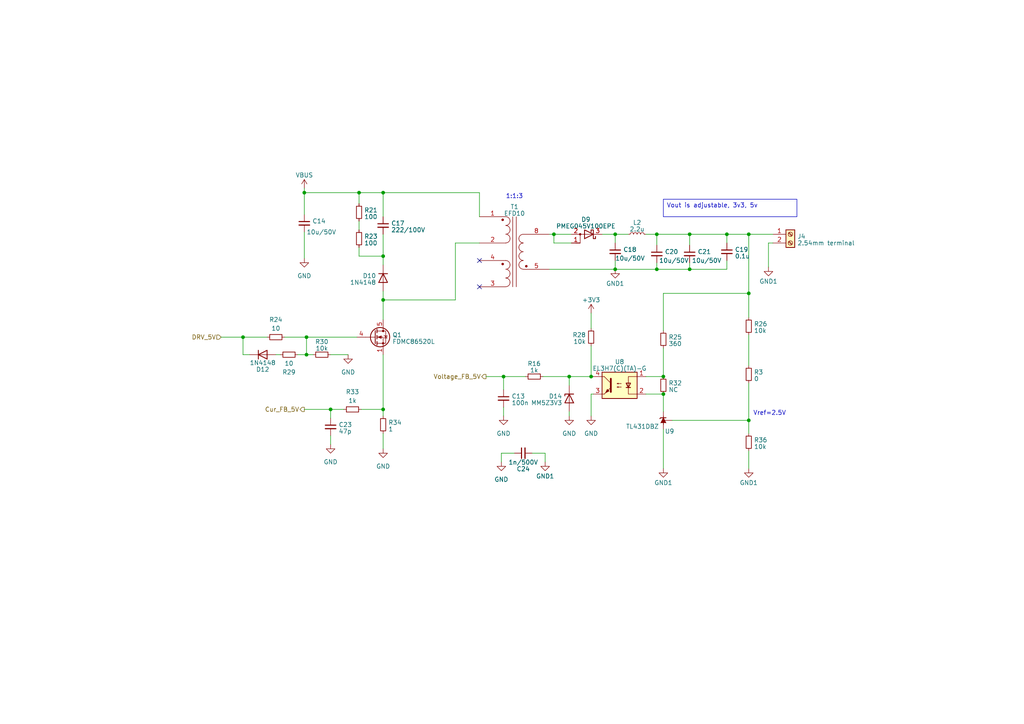
<source format=kicad_sch>
(kicad_sch (version 20230121) (generator eeschema)
  (paper "A4")
  (lib_symbols
    (symbol "Connector:Screw_Terminal_01x02" (pin_names (offset 1.016) hide)
      (property "Reference" "J" (at 0 2.54 0))
      (property "Value" "Screw_Terminal_01x02" (at 0 -5.08 0))
      (symbol "Screw_Terminal_01x02_1_1"
        (rectangle (start -1.27 1.27) (end 1.27 -3.81) (stroke (width 0.254)) (fill (type background)))
        (circle (center 0 -2.54) (radius 0.635) (stroke (width 0.1524)))
        (polyline (pts (xy -0.5334 -2.2098) (xy 0.3302 -3.048)) (stroke (width 0.1524)))
        (polyline (pts (xy -0.5334 0.3302) (xy 0.3302 -0.508)) (stroke (width 0.1524)))
        (polyline (pts (xy -0.3556 -2.032) (xy 0.508 -2.8702)) (stroke (width 0.1524)))
        (polyline (pts (xy -0.3556 0.508) (xy 0.508 -0.3302)) (stroke (width 0.1524)))
        (circle (center 0 0) (radius 0.635) (stroke (width 0.1524)))
        (pin passive line (at -5.08 0 0) (length 3.81) (name "Pin_1") (number "1"))
        (pin passive line (at -5.08 -2.54 0) (length 3.81) (name "Pin_2") (number "2"))
      )
    )
    (symbol "Device:C_Small" (pin_numbers hide) (pin_names (offset 0.254) hide)
      (property "Reference" "C" (at 0.254 1.778 0))
      (property "Value" "C_Small" (at 0.254 -2.032 0))
      (symbol "C_Small_0_1"
        (polyline (pts (xy -1.524 -0.508) (xy 1.524 -0.508)) (stroke (width 0.3302)))
        (polyline (pts (xy -1.524 0.508) (xy 1.524 0.508)) (stroke (width 0.3048)))
      )
      (symbol "C_Small_1_1"
        (pin passive line (at 0 2.54 270) (length 2.032) (name "~") (number "1"))
        (pin passive line (at 0 -2.54 90) (length 2.032) (name "~") (number "2"))
      )
    )
    (symbol "Device:D_Schottky_AAK" (pin_names (offset 0) hide)
      (property "Reference" "D" (at 0 2.54 0))
      (property "Value" "D_Schottky_AAK" (at 0 -2.54 0))
      (symbol "D_Schottky_AAK_0_1"
        (polyline (pts (xy 1.27 1.27) (xy 1.27 -1.27) (xy -1.27 0) (xy 1.27 1.27)) (stroke (width 0.254)))
        (polyline (pts (xy 3.81 2.54) (xy 2.54 2.54) (xy 2.54 0) (xy -1.27 0)))
        (polyline (pts (xy -1.905 0.635) (xy -1.905 1.27) (xy -1.27 1.27) (xy -1.27 -1.27) (xy -0.635 -1.27) (xy -0.635 -0.635)) (stroke (width 0.254)))
        (circle (center 2.54 0) (radius 0.254) (fill (type outline)))
      )
      (symbol "D_Schottky_AAK_1_1"
        (pin passive line (at 5.08 2.54 180) (length 2.54) (name "A") (number "1"))
        (pin passive line (at 5.08 0 180) (length 2.54) (name "A") (number "2"))
        (pin passive line (at -3.81 0 0) (length 2.54) (name "K") (number "3"))
      )
    )
    (symbol "Device:L_Small" (pin_numbers hide) (pin_names (offset 0.254) hide)
      (property "Reference" "L" (at 0.762 1.016 0))
      (property "Value" "L_Small" (at 0.762 -1.016 0))
      (symbol "L_Small_0_1"
        (arc (start 0 -2.032) (mid 0.5058 -1.524) (end 0 -1.016))
        (arc (start 0 -1.016) (mid 0.5058 -0.508) (end 0 0))
        (arc (start 0 0) (mid 0.5058 0.508) (end 0 1.016))
        (arc (start 0 1.016) (mid 0.5058 1.524) (end 0 2.032))
      )
      (symbol "L_Small_1_1"
        (pin passive line (at 0 2.54 270) (length 0.508) (name "~") (number "1"))
        (pin passive line (at 0 -2.54 90) (length 0.508) (name "~") (number "2"))
      )
    )
    (symbol "Device:R_Small" (pin_numbers hide) (pin_names (offset 0.254) hide)
      (property "Reference" "R" (at 0.762 0.508 0))
      (property "Value" "R_Small" (at 0.762 -1.016 0))
      (symbol "R_Small_0_1"
        (rectangle (start -0.762 1.778) (end 0.762 -1.778) (stroke (width 0.2032)))
      )
      (symbol "R_Small_1_1"
        (pin passive line (at 0 2.54 270) (length 0.762) (name "~") (number "1"))
        (pin passive line (at 0 -2.54 90) (length 0.762) (name "~") (number "2"))
      )
    )
    (symbol "Device:Transformer_1P_2S" (pin_names (offset 1.016) hide)
      (property "Reference" "T1" (at 0 13.0431 0))
      (property "Value" "EFD10" (at 0 11.1221 0))
      (symbol "Transformer_1P_2S_0_1"
        (arc (start -2.54 -5.0546) (mid -1.6599 -4.6901) (end -1.27 -3.81))
        (arc (start -2.54 -2.5146) (mid -1.6599 -2.1501) (end -1.27 -1.27))
        (arc (start -2.54 0.0254) (mid -1.6599 0.3899) (end -1.27 1.27))
        (arc (start -2.54 2.5654) (mid -1.6599 2.9299) (end -1.27 3.81))
        (arc (start -1.27 -3.81) (mid -1.642 -2.912) (end -2.54 -2.54))
        (arc (start -1.27 -1.27) (mid -1.642 -0.372) (end -2.54 0))
        (arc (start -1.27 1.27) (mid -1.642 2.168) (end -2.54 2.54))
        (arc (start -1.27 3.81) (mid -1.642 4.708) (end -2.54 5.08))
        (polyline (pts (xy -0.508 -10.16) (xy -0.508 10.16)))
        (polyline (pts (xy 0.508 10.16) (xy 0.508 -10.16)))
        (arc (start 1.2954 -8.89) (mid 1.6599 -9.7701) (end 2.54 -10.1346))
        (arc (start 1.2954 -6.35) (mid 1.6599 -7.2301) (end 2.54 -7.5946))
        (arc (start 1.2954 -3.81) (mid 1.6599 -4.6901) (end 2.54 -5.0546))
        (arc (start 1.2954 3.81) (mid 1.6599 2.9299) (end 2.54 2.5654))
        (arc (start 1.2954 6.35) (mid 1.6599 5.4699) (end 2.54 5.1054))
        (arc (start 1.2954 8.89) (mid 1.6599 8.0099) (end 2.54 7.6454))
        (arc (start 2.54 -7.62) (mid 1.642 -7.992) (end 1.2954 -8.89))
        (arc (start 2.54 -5.08) (mid 1.642 -5.452) (end 1.2954 -6.35))
        (arc (start 2.54 -2.54) (mid 1.642 -2.912) (end 1.2954 -3.81))
        (arc (start 2.54 5.08) (mid 1.642 4.708) (end 1.2954 3.81))
        (arc (start 2.54 7.62) (mid 1.642 7.248) (end 1.2954 6.35))
        (arc (start 2.54 10.16) (mid 1.642 9.788) (end 1.2954 8.89))
      )
      (symbol "Transformer_1P_2S_1_1"
        (circle (center -3.429 -4.191) (radius 0.284) (fill (type outline)))
        (circle (center 3.429 -3.556) (radius 0.284) (fill (type outline)))
        (circle (center 3.429 9.271) (radius 0.284) (fill (type outline)))
        (pin passive line (at 10.16 10.16 180) (length 7.62) (name "SA") (number "1"))
        (pin passive line (at 10.16 2.54 180) (length 7.62) (name "SB") (number "2"))
        (pin passive line (at 10.16 -10.16 180) (length 7.62) (name "SD") (number "3"))
        (pin passive line (at 10.16 -2.54 180) (length 7.62) (name "SC") (number "4"))
        (pin passive line (at -10.16 -5.08 0) (length 7.62) (name "AB") (number "5"))
        (pin passive line (at -10.16 5.08 0) (length 7.62) (name "AA") (number "8"))
      )
    )
    (symbol "Diode:1N4148" (pin_numbers hide) (pin_names hide)
      (property "Reference" "D" (at 0 2.54 0))
      (property "Value" "1N4148" (at 0 -2.54 0))
      (symbol "1N4148_0_1"
        (polyline (pts (xy -1.27 1.27) (xy -1.27 -1.27)) (stroke (width 0.254)))
        (polyline (pts (xy 1.27 0) (xy -1.27 0)))
        (polyline (pts (xy 1.27 1.27) (xy 1.27 -1.27) (xy -1.27 0) (xy 1.27 1.27)) (stroke (width 0.254)))
      )
      (symbol "1N4148_1_1"
        (pin passive line (at -3.81 0 0) (length 2.54) (name "K") (number "1"))
        (pin passive line (at 3.81 0 180) (length 2.54) (name "A") (number "2"))
      )
    )
    (symbol "Diode:BZV55B3V3" (pin_numbers hide) (pin_names hide)
      (property "Reference" "D" (at 0 2.54 0))
      (property "Value" "BZV55B3V3" (at 0 -2.54 0))
      (symbol "BZV55B3V3_0_1"
        (polyline (pts (xy 1.27 0) (xy -1.27 0)))
        (polyline (pts (xy -1.27 -1.27) (xy -1.27 1.27) (xy -0.762 1.27)) (stroke (width 0.254)))
        (polyline (pts (xy 1.27 -1.27) (xy 1.27 1.27) (xy -1.27 0) (xy 1.27 -1.27)) (stroke (width 0.254)))
      )
      (symbol "BZV55B3V3_1_1"
        (pin passive line (at -3.81 0 0) (length 2.54) (name "K") (number "1"))
        (pin passive line (at 3.81 0 180) (length 2.54) (name "A") (number "2"))
      )
    )
    (symbol "Isolator:LTV-817" (pin_names (offset 1.016))
      (property "Reference" "U" (at -5.08 5.08 0))
      (property "Value" "LTV-817" (at 0 5.08 0))
      (symbol "LTV-817_0_1"
        (rectangle (start -5.08 3.81) (end 5.08 -3.81) (stroke (width 0.254)) (fill (type background)))
        (polyline (pts (xy -3.175 -0.635) (xy -1.905 -0.635)) (stroke (width 0.254)))
        (polyline (pts (xy 2.54 0.635) (xy 4.445 2.54)))
        (polyline (pts (xy 4.445 -2.54) (xy 2.54 -0.635)) (fill (type outline)))
        (polyline (pts (xy 4.445 -2.54) (xy 5.08 -2.54)))
        (polyline (pts (xy 4.445 2.54) (xy 5.08 2.54)))
        (polyline (pts (xy -5.08 2.54) (xy -2.54 2.54) (xy -2.54 -0.762)))
        (polyline (pts (xy -2.54 -0.635) (xy -2.54 -2.54) (xy -5.08 -2.54)))
        (polyline (pts (xy 2.54 1.905) (xy 2.54 -1.905) (xy 2.54 -1.905)) (stroke (width 0.508)))
        (polyline (pts (xy -2.54 -0.635) (xy -3.175 0.635) (xy -1.905 0.635) (xy -2.54 -0.635)) (stroke (width 0.254)))
        (polyline (pts (xy -0.508 -0.508) (xy 0.762 -0.508) (xy 0.381 -0.635) (xy 0.381 -0.381) (xy 0.762 -0.508)))
        (polyline (pts (xy -0.508 0.508) (xy 0.762 0.508) (xy 0.381 0.381) (xy 0.381 0.635) (xy 0.762 0.508)))
        (polyline (pts (xy 3.048 -1.651) (xy 3.556 -1.143) (xy 4.064 -2.159) (xy 3.048 -1.651) (xy 3.048 -1.651)) (fill (type outline)))
      )
      (symbol "LTV-817_1_1"
        (pin passive line (at -7.62 2.54 0) (length 2.54) (name "~") (number "1"))
        (pin passive line (at -7.62 -2.54 0) (length 2.54) (name "~") (number "2"))
        (pin passive line (at 7.62 -2.54 180) (length 2.54) (name "~") (number "3"))
        (pin passive line (at 7.62 2.54 180) (length 2.54) (name "~") (number "4"))
      )
    )
    (symbol "Reference_Voltage:TL431DBZ" (pin_numbers hide) (pin_names hide)
      (property "Reference" "U9" (at -1.778 0.6437 90))
      (property "Value" "TL431DBZ" (at -1.778 -1.2773 90))
      (symbol "TL431DBZ_0_1"
        (polyline (pts (xy -1.27 0) (xy 0 0) (xy 1.27 0)))
        (polyline (pts (xy -0.762 0.762) (xy 0.762 0) (xy -0.762 -0.762)) (fill (type outline)))
        (polyline (pts (xy 0.508 -1.016) (xy 0.762 -0.762) (xy 0.762 0.762) (xy 0.762 0.762)) (stroke (width 0.254)))
      )
      (symbol "TL431DBZ_1_1"
        (pin passive line (at 0 2.54 270) (length 2.54) (name "REF") (number "1"))
        (pin passive line (at 2.54 0 180) (length 2.54) (name "K") (number "2"))
        (pin passive line (at -2.54 0 0) (length 2.54) (name "A") (number "3"))
      )
    )
    (symbol "Transistor_FET:2N7002" (pin_names hide)
      (property "Reference" "Q1" (at 5.207 0.6437 0))
      (property "Value" "FDMC86520L" (at 5.207 -1.2773 0))
      (symbol "2N7002_0_1"
        (polyline (pts (xy 0.254 0) (xy -2.54 0)))
        (polyline (pts (xy 0.254 1.905) (xy 0.254 -1.905)) (stroke (width 0.254)))
        (polyline (pts (xy 0.762 -1.27) (xy 0.762 -2.286)) (stroke (width 0.254)))
        (polyline (pts (xy 0.762 0.508) (xy 0.762 -0.508)) (stroke (width 0.254)))
        (polyline (pts (xy 0.762 2.286) (xy 0.762 1.27)) (stroke (width 0.254)))
        (polyline (pts (xy 2.54 2.54) (xy 2.54 1.778)))
        (polyline (pts (xy 2.54 -2.54) (xy 2.54 0) (xy 0.762 0)))
        (polyline (pts (xy 0.762 -1.778) (xy 3.302 -1.778) (xy 3.302 1.778) (xy 0.762 1.778)))
        (polyline (pts (xy 1.016 0) (xy 2.032 0.381) (xy 2.032 -0.381) (xy 1.016 0)) (fill (type outline)))
        (polyline (pts (xy 2.794 0.508) (xy 2.921 0.381) (xy 3.683 0.381) (xy 3.81 0.254)))
        (polyline (pts (xy 3.302 0.381) (xy 2.921 -0.254) (xy 3.683 -0.254) (xy 3.302 0.381)))
        (circle (center 1.651 0) (radius 2.794) (stroke (width 0.254)))
        (circle (center 2.54 -1.778) (radius 0.254) (fill (type outline)))
        (circle (center 2.54 1.778) (radius 0.254) (fill (type outline)))
      )
      (symbol "2N7002_1_1"
        (pin input line (at 2.54 -5.08 90) (length 2.54) (name "S") (number "1"))
        (pin input line (at -5.08 0 0) (length 2.54) (name "G") (number "4"))
        (pin input line (at 2.54 5.08 270) (length 2.54) (name "D") (number "5"))
      )
    )
    (symbol "power:+3V3" (power) (pin_names (offset 0))
      (property "Value" "+3V3" (at 0 3.556 0))
      (symbol "+3V3_0_1"
        (polyline (pts (xy -0.762 1.27) (xy 0 2.54)))
        (polyline (pts (xy 0 0) (xy 0 2.54)))
        (polyline (pts (xy 0 2.54) (xy 0.762 1.27)))
      )
      (symbol "+3V3_1_1"
        (pin power_in line (at 0 0 90) (length 0) hide (name "+3V3") (number "1"))
      )
    )
    (symbol "power:GND" (power) (pin_names (offset 0))
      (property "Value" "GND" (at 0 -3.81 0))
      (symbol "GND_0_1"
        (polyline (pts (xy 0 0) (xy 0 -1.27) (xy 1.27 -1.27) (xy 0 -2.54) (xy -1.27 -1.27) (xy 0 -1.27)))
      )
      (symbol "GND_1_1"
        (pin power_in line (at 0 0 270) (length 0) hide (name "GND") (number "1"))
      )
    )
    (symbol "power:GND1" (power) (pin_names (offset 0))
      (property "Value" "GND1" (at 0 -3.81 0))
      (symbol "GND1_0_1"
        (polyline (pts (xy 0 0) (xy 0 -1.27) (xy 1.27 -1.27) (xy 0 -2.54) (xy -1.27 -1.27) (xy 0 -1.27)))
      )
      (symbol "GND1_1_1"
        (pin power_in line (at 0 0 270) (length 0) hide (name "GND1") (number "1"))
      )
    )
    (symbol "power:VBUS" (power) (pin_names (offset 0))
      (property "Value" "VBUS" (at 0 3.81 0))
      (symbol "VBUS_0_1"
        (polyline (pts (xy -0.762 1.27) (xy 0 2.54)))
        (polyline (pts (xy 0 0) (xy 0 2.54)))
        (polyline (pts (xy 0 2.54) (xy 0.762 1.27)))
      )
      (symbol "VBUS_1_1"
        (pin power_in line (at 0 0 90) (length 0) hide (name "VBUS") (number "1"))
      )
    )
  )
  (junction (at 146.05 109.22))
  (junction (at 217.17 67.945))
  (junction (at 111.125 86.995))
  (junction (at 165.1 109.22))
  (junction (at 190.5 67.945))
  (junction (at 171.45 109.22))
  (junction (at 70.485 97.79))
  (junction (at 200.025 78.105))
  (junction (at 111.125 118.745))
  (junction (at 178.435 67.945))
  (junction (at 190.5 78.105))
  (junction (at 88.265 55.88))
  (junction (at 88.9 97.79))
  (junction (at 200.025 67.945))
  (junction (at 192.405 109.22))
  (junction (at 95.885 118.745))
  (junction (at 192.405 114.3))
  (junction (at 160.655 67.945))
  (junction (at 88.9 102.87))
  (junction (at 217.17 121.92))
  (junction (at 111.125 74.295))
  (junction (at 178.435 78.105))
  (junction (at 217.17 85.09))
  (junction (at 210.82 67.945))
  (junction (at 104.14 55.88))
  (junction (at 111.125 55.88))
  (no_connect (at 139.065 75.565))
  (no_connect (at 139.065 83.185))
  (wire (pts (xy 88.265 55.88) (xy 104.14 55.88)))
  (wire (pts (xy 95.885 118.745) (xy 95.885 121.285)))
  (wire (pts (xy 111.125 102.87) (xy 111.125 118.745)))
  (wire (pts (xy 192.405 95.885) (xy 192.405 85.09)))
  (wire (pts (xy 88.265 54.61) (xy 88.265 55.88)))
  (wire (pts (xy 111.125 55.88) (xy 139.065 55.88)))
  (wire (pts (xy 165.1 119.38) (xy 165.1 120.65)))
  (wire (pts (xy 192.405 124.46) (xy 192.405 135.89)))
  (wire (pts (xy 200.025 76.2) (xy 200.025 78.105)))
  (wire (pts (xy 171.45 90.805) (xy 171.45 95.25)))
  (wire (pts (xy 70.485 97.79) (xy 77.47 97.79)))
  (wire (pts (xy 192.405 114.3) (xy 192.405 119.38)))
  (wire (pts (xy 95.885 102.87) (xy 100.965 102.87)))
  (wire (pts (xy 217.17 67.945) (xy 224.155 67.945)))
  (wire (pts (xy 165.1 109.22) (xy 171.45 109.22)))
  (wire (pts (xy 70.485 102.87) (xy 70.485 97.79)))
  (wire (pts (xy 140.97 109.22) (xy 146.05 109.22)))
  (wire (pts (xy 159.385 67.945) (xy 160.655 67.945)))
  (wire (pts (xy 146.05 109.22) (xy 146.05 113.03)))
  (wire (pts (xy 88.9 97.79) (xy 103.505 97.79)))
  (wire (pts (xy 88.265 67.31) (xy 88.265 74.93)))
  (wire (pts (xy 171.45 114.3) (xy 172.085 114.3)))
  (wire (pts (xy 217.17 67.945) (xy 217.17 85.09)))
  (wire (pts (xy 178.435 67.945) (xy 178.435 70.485)))
  (wire (pts (xy 139.065 70.485) (xy 132.08 70.485)))
  (wire (pts (xy 217.17 130.81) (xy 217.17 135.89)))
  (wire (pts (xy 192.405 100.965) (xy 192.405 109.22)))
  (wire (pts (xy 210.82 75.565) (xy 210.82 78.105)))
  (wire (pts (xy 82.55 97.79) (xy 88.9 97.79)))
  (wire (pts (xy 190.5 76.2) (xy 190.5 78.105)))
  (wire (pts (xy 190.5 67.945) (xy 190.5 71.12)))
  (wire (pts (xy 217.17 121.92) (xy 217.17 125.73)))
  (wire (pts (xy 210.82 67.945) (xy 217.17 67.945)))
  (wire (pts (xy 132.08 70.485) (xy 132.08 86.995)))
  (wire (pts (xy 165.735 70.485) (xy 160.655 70.485)))
  (wire (pts (xy 172.085 109.22) (xy 171.45 109.22)))
  (wire (pts (xy 80.01 102.87) (xy 81.28 102.87)))
  (wire (pts (xy 139.065 55.88) (xy 139.065 62.865)))
  (wire (pts (xy 111.125 86.995) (xy 111.125 92.71)))
  (wire (pts (xy 217.17 111.125) (xy 217.17 121.92)))
  (wire (pts (xy 178.435 67.945) (xy 182.245 67.945)))
  (wire (pts (xy 111.125 67.945) (xy 111.125 74.295)))
  (wire (pts (xy 190.5 67.945) (xy 200.025 67.945)))
  (wire (pts (xy 111.125 118.745) (xy 111.125 120.65)))
  (wire (pts (xy 88.9 102.87) (xy 90.805 102.87)))
  (wire (pts (xy 132.08 86.995) (xy 111.125 86.995)))
  (wire (pts (xy 217.17 85.09) (xy 217.17 92.075)))
  (wire (pts (xy 154.305 131.445) (xy 158.115 131.445)))
  (wire (pts (xy 192.405 85.09) (xy 217.17 85.09)))
  (wire (pts (xy 200.025 67.945) (xy 200.025 71.12)))
  (wire (pts (xy 149.225 131.445) (xy 145.415 131.445)))
  (wire (pts (xy 88.265 118.745) (xy 95.885 118.745)))
  (wire (pts (xy 99.695 118.745) (xy 95.885 118.745)))
  (wire (pts (xy 70.485 102.87) (xy 72.39 102.87)))
  (wire (pts (xy 178.435 75.565) (xy 178.435 78.105)))
  (wire (pts (xy 187.325 109.22) (xy 192.405 109.22)))
  (wire (pts (xy 111.125 125.73) (xy 111.125 130.175)))
  (wire (pts (xy 165.1 111.76) (xy 165.1 109.22)))
  (wire (pts (xy 64.135 97.79) (xy 70.485 97.79)))
  (wire (pts (xy 104.14 74.295) (xy 111.125 74.295)))
  (wire (pts (xy 111.125 55.88) (xy 111.125 62.865)))
  (wire (pts (xy 187.325 67.945) (xy 190.5 67.945)))
  (wire (pts (xy 158.115 131.445) (xy 158.115 133.985)))
  (wire (pts (xy 194.945 121.92) (xy 217.17 121.92)))
  (wire (pts (xy 104.14 64.135) (xy 104.14 66.675)))
  (wire (pts (xy 171.45 114.3) (xy 171.45 120.65)))
  (wire (pts (xy 224.155 70.485) (xy 222.885 70.485)))
  (wire (pts (xy 145.415 131.445) (xy 145.415 133.985)))
  (wire (pts (xy 200.025 67.945) (xy 210.82 67.945)))
  (wire (pts (xy 86.36 102.87) (xy 88.9 102.87)))
  (wire (pts (xy 217.17 97.155) (xy 217.17 106.045)))
  (wire (pts (xy 146.05 109.22) (xy 152.4 109.22)))
  (wire (pts (xy 146.05 118.11) (xy 146.05 120.65)))
  (wire (pts (xy 222.885 70.485) (xy 222.885 77.47)))
  (wire (pts (xy 174.625 67.945) (xy 178.435 67.945)))
  (wire (pts (xy 160.655 67.945) (xy 165.735 67.945)))
  (wire (pts (xy 157.48 109.22) (xy 165.1 109.22)))
  (wire (pts (xy 88.265 62.23) (xy 88.265 55.88)))
  (wire (pts (xy 111.125 74.295) (xy 111.125 76.835)))
  (wire (pts (xy 159.385 78.105) (xy 178.435 78.105)))
  (wire (pts (xy 171.45 100.33) (xy 171.45 109.22)))
  (wire (pts (xy 95.885 126.365) (xy 95.885 128.905)))
  (wire (pts (xy 210.82 67.945) (xy 210.82 70.485)))
  (wire (pts (xy 190.5 78.105) (xy 200.025 78.105)))
  (wire (pts (xy 104.14 55.88) (xy 111.125 55.88)))
  (wire (pts (xy 104.775 118.745) (xy 111.125 118.745)))
  (wire (pts (xy 104.14 55.88) (xy 104.14 59.055)))
  (wire (pts (xy 111.125 84.455) (xy 111.125 86.995)))
  (wire (pts (xy 200.025 78.105) (xy 210.82 78.105)))
  (wire (pts (xy 187.325 114.3) (xy 192.405 114.3)))
  (wire (pts (xy 160.655 70.485) (xy 160.655 67.945)))
  (wire (pts (xy 178.435 78.105) (xy 190.5 78.105)))
  (wire (pts (xy 104.14 71.755) (xy 104.14 74.295)))
  (wire (pts (xy 88.9 102.87) (xy 88.9 97.79)))
  (text_box "Vout is adjustable, 3v3, 5v" (at 192.405 57.785 0) (size 38.735 5.08) (effects (font (size 1.27 1.27)) (justify left top)))
  (text "Vref=2.5V" (at 218.44 120.65 0) (effects (font (size 1.27 1.27)) (justify left bottom)))
  (text "1:1:3" (at 146.685 57.785 0) (effects (font (size 1.27 1.27)) (justify left bottom)))
  (hierarchical_label "Voltage_FB_5V" (shape output) (at 140.97 109.22 180))
  (hierarchical_label "DRV_5V" (shape input) (at 64.135 97.79 180))
  (hierarchical_label "Cur_FB_5V" (shape output) (at 88.265 118.745 180))
  (symbol (lib_id "power:GND") (at 145.415 133.985 0) (unit 1)
    (property "Reference" "#PWR08" (effects hide))
    (property "Value" "GND" (at 145.415 139.065 0))
    (instances (project "PD-AuxPower-Card" (path "" (reference "#PWR08") (unit 1)) (path "" (reference "#PWR068") (unit 1))))
  )
  (symbol (lib_id "power:GND") (at 100.965 102.87 0) (unit 1)
    (property "Reference" "#PWR08" (effects hide))
    (property "Value" "GND" (at 100.965 107.95 0))
    (instances (project "PD-AuxPower-Card" (path "" (reference "#PWR08") (unit 1)) (path "" (reference "#PWR061") (unit 1))))
  )
  (symbol (lib_id "power:GND1") (at 178.435 78.105 0) (unit 1)
    (property "Reference" "#PWR059" (effects hide))
    (property "Value" "GND1" (at 178.435 82.2405 0))
  )
  (symbol (lib_id "power:GND1") (at 192.405 135.89 0) (unit 1)
    (property "Reference" "#PWR070" (effects hide))
    (property "Value" "GND1" (at 192.405 140.0255 0))
  )
  (symbol (lib_id "power:GND1") (at 222.885 77.47 0) (unit 1)
    (property "Reference" "#PWR058" (effects hide))
    (property "Value" "GND1" (at 222.885 81.6055 0))
  )
  (symbol (lib_id "Device:R_Small") (at 192.405 98.425 180) (unit 1)
    (property "Reference" "R25" (at 193.9036 97.7813 0) (effects (justify right)))
    (property "Value" "360" (at 193.9036 99.7023 0) (effects (justify right)))
    (property "Footprint" "Resistor_SMD:R_0805_2012Metric" (effects hide))
  )
  (symbol (lib_id "Device:R_Small") (at 154.94 109.22 90) (unit 1)
    (property "Reference" "R16" (at 154.94 105.4735 90))
    (property "Value" "1k" (at 154.94 107.3945 90))
    (property "Footprint" "Resistor_SMD:R_0402_1005Metric" (effects hide))
  )
  (symbol (lib_id "Device:R_Small") (at 171.45 97.79 0) (mirror y) (unit 1)
    (property "Reference" "R28" (at 169.9514 97.1463 0) (effects (justify left)))
    (property "Value" "10k" (at 169.9514 99.0673 0) (effects (justify left)))
    (property "Footprint" "Resistor_SMD:R_0402_1005Metric" (effects hide))
  )
  (symbol (lib_id "power:VBUS") (at 88.265 54.61 0) (unit 1)
    (property "Reference" "#PWR010" (effects hide))
    (property "Value" "VBUS" (at 88.265 50.8 0))
    (instances (project "PD-AuxPower-Card" (path "" (reference "#PWR010") (unit 1)) (path "" (reference "#PWR055") (unit 1))))
  )
  (symbol (lib_id "power:GND") (at 165.1 120.65 0) (unit 1)
    (property "Reference" "#PWR08" (effects hide))
    (property "Value" "GND" (at 165.1 125.73 0))
    (instances (project "PD-AuxPower-Card" (path "" (reference "#PWR08") (unit 1)) (path "" (reference "#PWR064") (unit 1))))
  )
  (symbol (lib_id "power:GND") (at 146.05 120.65 0) (unit 1)
    (property "Reference" "#PWR08" (effects hide))
    (property "Value" "GND" (at 146.05 125.73 0))
    (instances (project "PD-AuxPower-Card" (path "" (reference "#PWR08") (unit 1)) (path "" (reference "#PWR025") (unit 1))))
  )
  (symbol (lib_id "Device:R_Small") (at 111.125 123.19 0) (unit 1)
    (property "Reference" "R34" (at 112.6236 122.5463 0) (effects (justify left)))
    (property "Value" "1" (at 112.6236 124.4673 0) (effects (justify left)))
    (property "Footprint" "Resistor_SMD:R_2512_6332Metric" (effects hide))
  )
  (symbol (lib_id "Device:R_Small") (at 80.01 97.79 270) (unit 1)
    (property "Reference" "R24" (at 80.01 92.71 90))
    (property "Value" "10" (at 80.01 95.25 90))
    (property "Footprint" "Resistor_SMD:R_0402_1005Metric" (effects hide))
  )
  (symbol (lib_id "Device:C_Small") (at 88.265 64.77 0) (unit 1)
    (property "Reference" "C14" (at 90.5891 64.1326 0) (effects (justify left)))
    (property "Value" "10u/50V" (at 88.9 67.31 0) (effects (justify left)))
    (property "Footprint" "Capacitor_SMD:C_0805_2012Metric" (effects hide))
  )
  (symbol (lib_id "Device:C_Small") (at 178.435 73.025 0) (unit 1)
    (property "Reference" "C18" (at 180.7591 72.3876 0) (effects (justify left)))
    (property "Value" "10u/50V" (at 178.435 74.93 0) (effects (justify left)))
    (property "Footprint" "Capacitor_SMD:C_0805_2012Metric" (effects hide))
  )
  (symbol (lib_id "Diode:BZV55B3V3") (at 165.1 115.57 90) (mirror x) (unit 1)
    (property "Reference" "D14" (at 163.068 114.9263 90) (effects (justify left)))
    (property "Value" "MM5Z3V3" (at 163.068 116.8473 90) (effects (justify left)))
    (property "Footprint" "Diode_SMD:D_SOD-523" (effects hide))
    (property "Datasheet" "https://assets.nexperia.com/documents/data-sheet/BZV55_SER.pdf" (effects hide))
  )
  (symbol (lib_id "Device:R_Small") (at 217.17 94.615 180) (unit 1)
    (property "Reference" "R26" (at 218.6686 93.9713 0) (effects (justify right)))
    (property "Value" "10k" (at 218.6686 95.8923 0) (effects (justify right)))
    (property "Footprint" "Resistor_SMD:R_0805_2012Metric" (effects hide))
  )
  (symbol (lib_id "Device:C_Small") (at 95.885 123.825 0) (unit 1)
    (property "Reference" "C23" (at 98.2091 123.1876 0) (effects (justify left)))
    (property "Value" "47p" (at 98.2091 125.1086 0) (effects (justify left)))
    (property "Footprint" "Capacitor_SMD:C_0402_1005Metric" (effects hide))
  )
  (symbol (lib_id "power:GND1") (at 217.17 135.89 0) (unit 1)
    (property "Reference" "#PWR071" (effects hide))
    (property "Value" "GND1" (at 217.17 140.0255 0))
  )
  (symbol (lib_id "power:+3V3") (at 171.45 90.805 0) (mirror y) (unit 1)
    (property "Reference" "#PWR024" (effects hide))
    (property "Value" "+3V3" (at 171.45 86.995 0))
    (instances (project "PD-AuxPower-Card" (path "" (reference "#PWR024") (unit 1)) (path "" (reference "#PWR060") (unit 1))))
  )
  (symbol (lib_id "Device:R_Small") (at 217.17 108.585 180) (unit 1)
    (property "Reference" "R3" (at 218.6686 107.9413 0) (effects (justify right)))
    (property "Value" "0" (at 218.6686 109.8623 0) (effects (justify right)))
    (property "Footprint" "Resistor_SMD:R_0805_2012Metric" (effects hide))
  )
  (symbol (lib_id "Diode:1N4148") (at 76.2 102.87 0) (mirror x) (unit 1)
    (property "Reference" "D12" (at 76.2 107.1499 0))
    (property "Value" "1N4148" (at 76.2 105.2289 0))
    (property "Footprint" "Diode_SMD:D_SOD-523" (effects hide))
    (property "Datasheet" "https://assets.nexperia.com/documents/data-sheet/1N4148_1N4448.pdf" (effects hide))
    (property "Sim.Device" "D" (effects hide))
    (property "Sim.Pins" "1=K 2=A" (effects hide))
  )
  (symbol (lib_id "Device:C_Small") (at 190.5 73.66 0) (unit 1)
    (property "Reference" "C20" (at 192.8241 73.0226 0) (effects (justify left)))
    (property "Value" "10u/50V" (at 191.135 75.565 0) (effects (justify left)))
    (property "Footprint" "Capacitor_SMD:C_0805_2012Metric" (effects hide))
  )
  (symbol (lib_id "Reference_Voltage:TL431DBZ") (at 192.405 121.92 270) (mirror x) (unit 1)
    (property "Reference" "U9" (at 195.58 125.095 90) (effects (justify right)))
    (property "Value" "TL431DBZ" (at 191.1277 123.698 90) (effects (justify right)))
    (property "Footprint" "Package_TO_SOT_SMD:SOT-23" (effects hide))
    (property "Datasheet" "http://www.ti.com/lit/ds/symlink/tl431.pdf" (effects hide))
  )
  (symbol (lib_id "Device:R_Small") (at 83.82 102.87 90) (unit 1)
    (property "Reference" "R29" (at 83.82 107.95 90))
    (property "Value" "10" (at 83.82 105.41 90))
    (property "Footprint" "Resistor_SMD:R_0402_1005Metric" (effects hide))
  )
  (symbol (lib_id "Device:D_Schottky_AAK") (at 170.815 67.945 180) (unit 1)
    (property "Reference" "D9" (at 169.926 63.6651 0))
    (property "Value" "PMEG045V100EPE" (at 169.926 65.5861 0))
    (property "Footprint" "Package_TO_SOT_SMD:Nexperia_CFP15_SOT-1289" (effects hide))
  )
  (symbol (lib_id "power:GND") (at 111.125 130.175 0) (unit 1)
    (property "Reference" "#PWR08" (effects hide))
    (property "Value" "GND" (at 111.125 135.255 0))
    (instances (project "PD-AuxPower-Card" (path "" (reference "#PWR08") (unit 1)) (path "" (reference "#PWR067") (unit 1))))
  )
  (symbol (lib_id "Device:C_Small") (at 151.765 131.445 90) (mirror x) (unit 1)
    (property "Reference" "C24" (at 151.7713 136.017 90))
    (property "Value" "1n/500V" (at 151.7713 134.096 90))
    (property "Footprint" "Capacitor_SMD:C_1210_3225Metric" (effects hide))
  )
  (symbol (lib_id "Device:R_Small") (at 104.14 69.215 180) (unit 1)
    (property "Reference" "R23" (at 105.6386 68.5713 0) (effects (justify right)))
    (property "Value" "100" (at 105.6386 70.4923 0) (effects (justify right)))
    (property "Footprint" "Resistor_SMD:R_0805_2012Metric" (effects hide))
  )
  (symbol (lib_id "power:GND") (at 88.265 74.93 0) (unit 1)
    (property "Reference" "#PWR08" (effects hide))
    (property "Value" "GND" (at 88.265 80.01 0))
    (instances (project "PD-AuxPower-Card" (path "" (reference "#PWR08") (unit 1)) (path "" (reference "#PWR056") (unit 1))))
  )
  (symbol (lib_id "Device:R_Small") (at 93.345 102.87 270) (unit 1)
    (property "Reference" "R30" (at 93.345 99.1235 90))
    (property "Value" "10k" (at 93.345 101.0445 90))
    (property "Footprint" "Resistor_SMD:R_0402_1005Metric" (effects hide))
  )
  (symbol (lib_id "Device:R_Small") (at 102.235 118.745 90) (unit 1)
    (property "Reference" "R33" (at 102.235 113.665 90))
    (property "Value" "1k" (at 102.235 116.205 90))
    (property "Footprint" "Resistor_SMD:R_0402_1005Metric" (effects hide))
  )
  (symbol (lib_id "Device:R_Small") (at 192.405 111.76 180) (unit 1)
    (property "Reference" "R32" (at 193.9036 111.1163 0) (effects (justify right)))
    (property "Value" "NC" (at 193.9036 113.0373 0) (effects (justify right)))
    (property "Footprint" "Resistor_SMD:R_0805_2012Metric" (effects hide))
  )
  (symbol (lib_id "Device:L_Small") (at 184.785 67.945 90) (unit 1)
    (property "Reference" "L2" (at 184.785 64.5563 90))
    (property "Value" "2.2u" (at 184.785 66.4773 90))
    (property "Footprint" "Inductor_SMD:L_Changjiang_FNR3012S" (effects hide))
  )
  (symbol (lib_id "Device:C_Small") (at 210.82 73.025 0) (unit 1)
    (property "Reference" "C19" (at 213.1441 72.3876 0) (effects (justify left)))
    (property "Value" "0.1u" (at 213.1441 74.3086 0) (effects (justify left)))
    (property "Footprint" "Capacitor_SMD:C_0603_1608Metric" (effects hide))
  )
  (symbol (lib_id "Device:Transformer_1P_2S") (at 149.225 73.025 0) (mirror y) (unit 1)
    (property "Reference" "T1" (at 149.225 59.9819 0))
    (property "Value" "EFD10" (at 149.225 61.9029 0))
    (property "Footprint" "User:Transformer_ER9.5_11.6mmx8.2mm" (effects hide))
  )
  (symbol (lib_id "Device:R_Small") (at 104.14 61.595 180) (unit 1)
    (property "Reference" "R21" (at 105.6386 60.9513 0) (effects (justify right)))
    (property "Value" "100" (at 105.6386 62.8723 0) (effects (justify right)))
    (property "Footprint" "Resistor_SMD:R_0805_2012Metric" (effects hide))
  )
  (symbol (lib_id "Connector:Screw_Terminal_01x02") (at 229.235 67.945 0) (unit 1)
    (property "Reference" "J4" (at 231.267 68.5713 0) (effects (justify left)))
    (property "Value" "2.54mm terminal" (at 231.267 70.4923 0) (effects (justify left)))
    (property "Footprint" "Connector_PinHeader_2.54mm:PinHeader_1x02_P2.54mm_Vertical" (effects hide))
  )
  (symbol (lib_id "power:GND") (at 171.45 120.65 0) (unit 1)
    (property "Reference" "#PWR08" (effects hide))
    (property "Value" "GND" (at 171.45 125.73 0))
    (instances (project "PD-AuxPower-Card" (path "" (reference "#PWR08") (unit 1)) (path "" (reference "#PWR065") (unit 1))))
  )
  (symbol (lib_id "power:GND") (at 95.885 128.905 0) (unit 1)
    (property "Reference" "#PWR08" (effects hide))
    (property "Value" "GND" (at 95.885 133.985 0))
    (instances (project "PD-AuxPower-Card" (path "" (reference "#PWR08") (unit 1)) (path "" (reference "#PWR066") (unit 1))))
  )
  (symbol (lib_id "Device:R_Small") (at 217.17 128.27 180) (unit 1)
    (property "Reference" "R36" (at 218.6686 127.6263 0) (effects (justify right)))
    (property "Value" "10k" (at 218.6686 129.5473 0) (effects (justify right)))
    (property "Footprint" "Resistor_SMD:R_0805_2012Metric" (effects hide))
  )
  (symbol (lib_id "Device:C_Small") (at 200.025 73.66 0) (unit 1)
    (property "Reference" "C21" (at 202.3491 73.0226 0) (effects (justify left)))
    (property "Value" "10u/50V" (at 200.66 75.565 0) (effects (justify left)))
    (property "Footprint" "Capacitor_SMD:C_0805_2012Metric" (effects hide))
  )
  (symbol (lib_id "Transistor_FET:2N7002") (at 108.585 97.79 0) (unit 1)
    (property "Reference" "Q1" (at 113.792 97.1463 0) (effects (justify left)))
    (property "Value" "FDMC86520L" (at 113.792 99.0673 0) (effects (justify left)))
    (property "Footprint" "Package_SON:Diodes_PowerDI3333-8" (effects hide))
    (property "Datasheet" "https://www.onsemi.com/pub/Collateral/NDS7002A-D.PDF" (effects hide))
  )
  (symbol (lib_id "Diode:1N4148") (at 111.125 80.645 90) (mirror x) (unit 1)
    (property "Reference" "D10" (at 109.093 80.0013 90) (effects (justify left)))
    (property "Value" "1N4148" (at 109.093 81.9223 90) (effects (justify left)))
    (property "Footprint" "Diode_SMD:D_SOD-523" (effects hide))
    (property "Datasheet" "https://assets.nexperia.com/documents/data-sheet/1N4148_1N4448.pdf" (effects hide))
    (property "Sim.Device" "D" (effects hide))
    (property "Sim.Pins" "1=K 2=A" (effects hide))
  )
  (symbol (lib_id "Device:C_Small") (at 146.05 115.57 0) (unit 1)
    (property "Reference" "C13" (at 148.3741 114.9326 0) (effects (justify left)))
    (property "Value" "100n" (at 148.3741 116.8536 0) (effects (justify left)))
    (property "Footprint" "Capacitor_SMD:C_0402_1005Metric" (effects hide))
  )
  (symbol (lib_id "Device:C_Small") (at 111.125 65.405 0) (unit 1)
    (property "Reference" "C17" (at 113.4491 64.7676 0) (effects (justify left)))
    (property "Value" "222/100V" (at 113.4491 66.6886 0) (effects (justify left)))
    (property "Footprint" "Capacitor_SMD:C_1206_3216Metric" (effects hide))
  )
  (symbol (lib_id "Isolator:LTV-817") (at 179.705 111.76 0) (mirror y) (unit 1)
    (property "Reference" "U8" (at 179.705 104.9401 0))
    (property "Value" "EL3H7(C)(TA)-G" (at 179.705 106.8611 0))
    (property "Footprint" "OptoDevice:Panasonic_APV-AQY_SSOP-4_4.45x2.65mm_P1.27mm" (effects hide))
    (property "Datasheet" "http://www.us.liteon.com/downloads/LTV-817-827-847.PDF" (effects hide))
  )
  (symbol (lib_id "power:GND1") (at 158.115 133.985 0) (unit 1)
    (property "Reference" "#PWR069" (effects hide))
    (property "Value" "GND1" (at 158.115 138.1205 0))
  )
)
</source>
